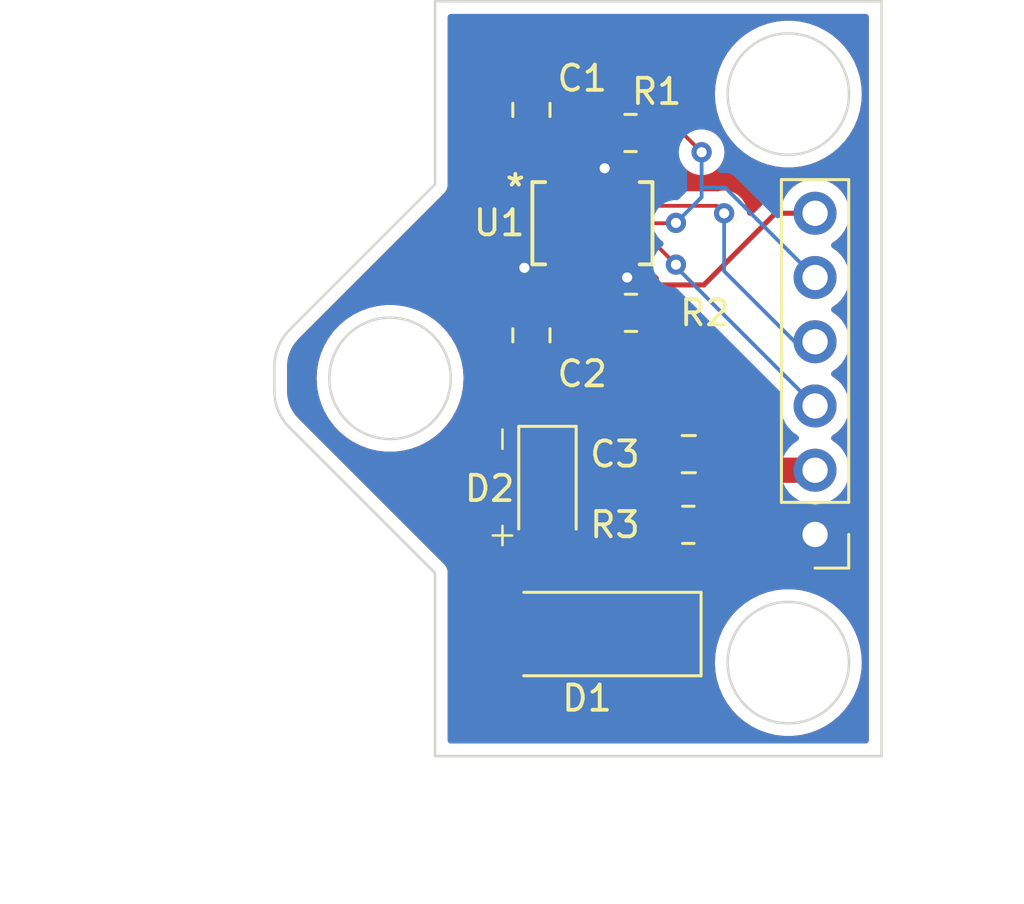
<source format=kicad_pcb>
(kicad_pcb (version 20240108) (generator "pcbnew") (generator_version "8.0")
  (layers (0 "F.Cu" signal) (31 "B.Cu" signal) (34 "B.Paste" user) (35 "F.Paste" user) (36 "B.SilkS" user "B.Silkscreen") (37 "F.SilkS" user "F.Silkscreen") (38 "B.Mask" user) (39 "F.Mask" user) (44 "Edge.Cuts" user))
  (net 0 "")
  (net 1 "GND")
  (net 2 "+3.3V")
  (net 3 "/GYRO SDA")
  (net 4 "/IntGyro")
  (net 5 "/IntAccel")
  (net 6 "/GYRO SCL")
  (net 11 "Net-(D2-A)")
  (footprint "Custom Footprints:QFN_BMI085_BOS" (layer "F.Cu") (at 96.901 41.2877)
    (property "Reference" "U1" (at -3.683 -0.0127 0) (layer "F.SilkS"))
    (property "Value" "BMI088")
    (fp_line (start -2.3749 -1.6256) (end -2.3749 1.6256) (stroke (width 0.1524)) (layer "F.SilkS"))
    (fp_line (start -2.3749 1.6256) (end -1.86878 1.6256) (stroke (width 0.1524)) (layer "F.SilkS"))
    (fp_line (start -1.86878 -1.6256) (end -2.3749 -1.6256) (stroke (width 0.1524)) (layer "F.SilkS"))
    (fp_line (start 1.86878 1.6256) (end 2.3749 1.6256) (stroke (width 0.1524)) (layer "F.SilkS"))
    (fp_line (start 2.3749 -1.6256) (end 1.86878 -1.6256) (stroke (width 0.1524)) (layer "F.SilkS"))
    (fp_line (start 2.3749 1.6256) (end 2.3749 -1.6256) (stroke (width 0.1524)) (layer "F.SilkS"))
    (fp_text user "*" (at -3.048 -1.4097 0) (layer "F.SilkS"))
    (pad "1" smd rect (at -1.5 -1.1557) (size 0.254 0.4826) (layers "F.Cu" "F.Paste" "F.Mask"))
    (pad "2" smd rect (at -1.000001 -1.1557) (size 0.254 0.4826) (layers "F.Cu" "F.Paste" "F.Mask"))
    (pad "3" smd rect (at -0.499999 -1.1557) (size 0.254 0.4826) (layers "F.Cu" "F.Paste" "F.Mask") (net 2 "+3.3V"))
    (pad "4" smd rect (at 0 -1.1557) (size 0.254 0.4826) (layers "F.Cu" "F.Paste" "F.Mask") (net 1 "GND"))
    (pad "5" smd rect (at 0.499999 -1.1557) (size 0.254 0.4826) (layers "F.Cu" "F.Paste" "F.Mask"))
    (pad "6" smd rect (at 1.000001 -1.1557) (size 0.254 0.4826) (layers "F.Cu" "F.Paste" "F.Mask") (net 1 "GND"))
    (pad "7" smd rect (at 1.5 -1.1557) (size 0.254 0.4826) (layers "F.Cu" "F.Paste" "F.Mask") (net 2 "+3.3V"))
    (pad "8" smd rect (at 1.9113 0 90) (size 0.254 0.4826) (layers "F.Cu" "F.Paste" "F.Mask") (net 6 "/GYRO SCL"))
    (pad "9" smd rect (at 1.5 1.1557) (size 0.254 0.4826) (layers "F.Cu" "F.Paste" "F.Mask") (net 3 "/GYRO SDA"))
    (pad "10" smd rect (at 1.000001 1.1557) (size 0.254 0.4826) (layers "F.Cu" "F.Paste" "F.Mask") (net 1 "GND"))
    (pad "11" smd rect (at 0.499999 1.1557) (size 0.254 0.4826) (layers "F.Cu" "F.Paste" "F.Mask") (net 2 "+3.3V"))
    (pad "12" smd rect (at 0 1.1557) (size 0.254 0.4826) (layers "F.Cu" "F.Paste" "F.Mask") (net 4 "/IntGyro"))
    (pad "13" smd rect (at -0.499999 1.1557) (size 0.254 0.4826) (layers "F.Cu" "F.Paste" "F.Mask"))
    (pad "14" smd rect (at -1.000001 1.1557) (size 0.254 0.4826) (layers "F.Cu" "F.Paste" "F.Mask") (net 2 "+3.3V"))
    (pad "15" smd rect (at -1.5 1.1557) (size 0.254 0.4826) (layers "F.Cu" "F.Paste" "F.Mask") (net 1 "GND"))
    (pad "16" smd rect (at -1.9113 0 90) (size 0.254 0.4826) (layers "F.Cu" "F.Paste" "F.Mask") (net 5 "/IntAccel"))
  )
  (footprint "Resistor_SMD:R_0805_2012Metric_Pad1.20x1.40mm_HandSolder" (layer "F.Cu") (at 98.409 37.719 180)
    (property "Reference" "R1" (at -1.032 1.6383 180) (layer "F.SilkS"))
    (property "Value" "2k")
    (fp_line (start -0.227064 0.735) (end 0.227064 0.735) (stroke (width 0.12)) (layer "F.SilkS"))
    (fp_line (start -0.227064 -0.735) (end 0.227064 -0.735) (stroke (width 0.12)) (layer "F.SilkS"))
    (pad "1" smd roundrect (at -1 0 180) (size 1.2 1.4) (layers "F.Cu" "F.Paste" "F.Mask") (roundrect_rratio 0.208333) (net 6 "/GYRO SCL"))
    (pad "2" smd roundrect (at 1 0 180) (size 1.2 1.4) (layers "F.Cu" "F.Paste" "F.Mask") (roundrect_rratio 0.208333) (net 2 "+3.3V"))
  )
  (footprint "Diode_SMD:D_SMA_Handsoldering" (layer "F.Cu") (at 96.687 57.531 180)
    (property "Reference" "D1" (at 0 -2.54 180) (layer "F.SilkS"))
    (property "Value" "D_Zener")
    (fp_line (start -4.51 1.65) (end 2.5 1.65) (stroke (width 0.12)) (layer "F.SilkS"))
    (fp_line (start -4.51 -1.65) (end 2.5 -1.65) (stroke (width 0.12)) (layer "F.SilkS"))
    (fp_line (start -4.51 -1.65) (end -4.51 1.65) (stroke (width 0.12)) (layer "F.SilkS"))
    (pad "1" smd roundrect (at -2.5 0 180) (size 3.5 1.8) (layers "F.Cu" "F.Paste" "F.Mask") (roundrect_rratio 0.1388888889) (net 2 "+3.3V"))
    (pad "2" smd roundrect (at 2.5 0 180) (size 3.5 1.8) (layers "F.Cu" "F.Paste" "F.Mask") (roundrect_rratio 0.1388888889) (net 1 "GND"))
  )
  (footprint "LED_SMD:LED_1206_3216Metric_Pad1.42x1.75mm_HandSolder" (layer "F.Cu") (at 95.123 51.7795 -90)
    (property "Reference" "D2" (at 0 2.286 0) (layer "F.SilkS"))
    (property "Value" "LED")
    (fp_line (start -2.46 1.135) (end 1.6 1.135) (stroke (width 0.12)) (layer "F.SilkS"))
    (fp_line (start -2.46 -1.135) (end -2.46 1.135) (stroke (width 0.12)) (layer "F.SilkS"))
    (fp_line (start 1.6 -1.135) (end -2.46 -1.135) (stroke (width 0.12)) (layer "F.SilkS"))
    (pad "1" smd roundrect (at -1.4875 0 270) (size 1.425 1.75) (layers "F.Cu" "F.Paste" "F.Mask") (roundrect_rratio 0.175439) (net 1 "GND"))
    (pad "2" smd roundrect (at 1.4875 0 270) (size 1.425 1.75) (layers "F.Cu" "F.Paste" "F.Mask") (roundrect_rratio 0.175439) (net 11 "Net-(D2-A)"))
  )
  (footprint "Capacitor_SMD:C_0805_2012Metric_Pad1.18x1.45mm_HandSolder" (layer "F.Cu") (at 94.488 45.72 -90)
    (property "Reference" "C2" (at 1.524 -2.008 360) (layer "F.SilkS"))
    (property "Value" "100nF")
    (fp_line (start -0.261252 0.735) (end 0.261252 0.735) (stroke (width 0.12)) (layer "F.SilkS"))
    (fp_line (start -0.261252 -0.735) (end 0.261252 -0.735) (stroke (width 0.12)) (layer "F.SilkS"))
    (pad "1" smd roundrect (at -1.0375 0 270) (size 1.175 1.45) (layers "F.Cu" "F.Paste" "F.Mask") (roundrect_rratio 0.212766) (net 2 "+3.3V"))
    (pad "2" smd roundrect (at 1.0375 0 270) (size 1.175 1.45) (layers "F.Cu" "F.Paste" "F.Mask") (roundrect_rratio 0.212766) (net 1 "GND"))
  )
  (footprint "Resistor_SMD:R_0805_2012Metric_Pad1.20x1.40mm_HandSolder" (layer "F.Cu") (at 100.695 53.213)
    (property "Reference" "R3" (at -2.905 0 0) (layer "F.SilkS"))
    (property "Value" "5")
    (fp_line (start -0.227064 -0.735) (end 0.227064 -0.735) (stroke (width 0.12)) (layer "F.SilkS"))
    (fp_line (start -0.227064 0.735) (end 0.227064 0.735) (stroke (width 0.12)) (layer "F.SilkS"))
    (pad "1" smd roundrect (at -1 0) (size 1.2 1.4) (layers "F.Cu" "F.Paste" "F.Mask") (roundrect_rratio 0.208333) (net 11 "Net-(D2-A)"))
    (pad "2" smd roundrect (at 1 0) (size 1.2 1.4) (layers "F.Cu" "F.Paste" "F.Mask") (roundrect_rratio 0.208333) (net 2 "+3.3V"))
  )
  (footprint "Resistor_SMD:R_0805_2012Metric_Pad1.20x1.40mm_HandSolder" (layer "F.Cu") (at 98.425 44.831)
    (property "Reference" "R2" (at 2.921 0 180) (layer "F.SilkS"))
    (property "Value" "2k")
    (fp_line (start -0.227064 -0.735) (end 0.227064 -0.735) (stroke (width 0.12)) (layer "F.SilkS"))
    (fp_line (start -0.227064 0.735) (end 0.227064 0.735) (stroke (width 0.12)) (layer "F.SilkS"))
    (pad "1" smd roundrect (at -1 0) (size 1.2 1.4) (layers "F.Cu" "F.Paste" "F.Mask") (roundrect_rratio 0.208333) (net 2 "+3.3V"))
    (pad "2" smd roundrect (at 1 0) (size 1.2 1.4) (layers "F.Cu" "F.Paste" "F.Mask") (roundrect_rratio 0.208333) (net 3 "/GYRO SDA"))
  )
  (footprint "Capacitor_SMD:C_0805_2012Metric_Pad1.18x1.45mm_HandSolder" (layer "F.Cu") (at 94.488 36.8085 90)
    (property "Reference" "C1" (at 1.2485 2.008 360) (layer "F.SilkS"))
    (property "Value" "100nF")
    (fp_line (start -0.261252 -0.735) (end 0.261252 -0.735) (stroke (width 0.12)) (layer "F.SilkS"))
    (fp_line (start -0.261252 0.735) (end 0.261252 0.735) (stroke (width 0.12)) (layer "F.SilkS"))
    (pad "1" smd roundrect (at -1.0375 0 90) (size 1.175 1.45) (layers "F.Cu" "F.Paste" "F.Mask") (roundrect_rratio 0.212766) (net 2 "+3.3V"))
    (pad "2" smd roundrect (at 1.0375 0 90) (size 1.175 1.45) (layers "F.Cu" "F.Paste" "F.Mask") (roundrect_rratio 0.212766) (net 1 "GND"))
  )
  (footprint "Connector_PinHeader_2.54mm:PinHeader_1x06_P2.54mm_Vertical" (layer "F.Cu") (at 105.703999 53.594 180)
    (property "Reference" "J2" (hide yes))
    (property "Value" "Conn_01x06_Pin")
    (fp_line (start 1.33 1.27) (end 1.33 14.03) (stroke (width 0.12)) (layer "F.SilkS"))
    (fp_line (start -1.33 14.03) (end 1.33 14.03) (stroke (width 0.12)) (layer "F.SilkS"))
    (fp_line (start -1.33 1.27) (end 1.33 1.27) (stroke (width 0.12)) (layer "F.SilkS"))
    (fp_line (start -1.33 1.27) (end -1.33 14.03) (stroke (width 0.12)) (layer "F.SilkS"))
    (fp_line (start -1.33 0) (end -1.33 -1.33) (stroke (width 0.12)) (layer "F.SilkS"))
    (fp_line (start -1.33 -1.33) (end 0 -1.33) (stroke (width 0.12)) (layer "F.SilkS"))
    (pad "1" thru_hole rect (at 0 0 180) (size 1.7 1.7) (drill 1) (layers "*.Cu" "*.Mask") (net 1 "GND"))
    (pad "2" thru_hole oval (at 0 2.54 180) (size 1.7 1.7) (drill 1) (layers "*.Cu" "*.Mask") (net 2 "+3.3V"))
    (pad "3" thru_hole oval (at 0 5.08 180) (size 1.7 1.7) (drill 1) (layers "*.Cu" "*.Mask") (net 4 "/IntGyro"))
    (pad "4" thru_hole oval (at 0 7.62 180) (size 1.7 1.7) (drill 1) (layers "*.Cu" "*.Mask") (net 5 "/IntAccel"))
    (pad "5" thru_hole oval (at 0 10.16 180) (size 1.7 1.7) (drill 1) (layers "*.Cu" "*.Mask") (net 6 "/GYRO SCL"))
    (pad "6" thru_hole oval (at 0 12.7 180) (size 1.7 1.7) (drill 1) (layers "*.Cu" "*.Mask") (net 3 "/GYRO SDA"))
  )
  (footprint "Capacitor_SMD:C_0805_2012Metric_Pad1.18x1.45mm_HandSolder" (layer "F.Cu") (at 100.711 50.419 180)
    (property "Reference" "C3" (at 2.921 0 180) (layer "F.SilkS"))
    (property "Value" "100uF")
    (fp_line (start -0.261252 0.735) (end 0.261252 0.735) (stroke (width 0.12)) (layer "F.SilkS"))
    (fp_line (start -0.261252 -0.735) (end 0.261252 -0.735) (stroke (width 0.12)) (layer "F.SilkS"))
    (pad "1" smd roundrect (at -1.0375 0 180) (size 1.175 1.45) (layers "F.Cu" "F.Paste" "F.Mask") (roundrect_rratio 0.212766) (net 2 "+3.3V"))
    (pad "2" smd roundrect (at 1.0375 0 180) (size 1.175 1.45) (layers "F.Cu" "F.Paste" "F.Mask") (roundrect_rratio 0.212766) (net 1 "GND"))
  )
  (gr_line (start 90.675173 55.115173) (end 90.678 55.118) (stroke (width 0.1)) (layer "Edge.Cuts"))
  (gr_line (start 90.678 62.357) (end 108.331 62.357) (stroke (width 0.1)) (layer "Edge.Cuts"))
  (gr_circle (center 104.648 58.661) (end 107.048 58.661) (stroke (width 0.1)) (fill none) (layer "Edge.Cuts"))
  (gr_line (start 90.678 39.751) (end 90.678 32.512) (stroke (width 0.1)) (layer "Edge.Cuts"))
  (gr_line (start 84.328 46.9346) (end 84.328 47.948665) (stroke (width 0.1)) (layer "Edge.Cuts"))
  (gr_line (start 100.969 32.512) (end 90.678 32.512) (stroke (width 0.1)) (layer "Edge.Cuts"))
  (gr_line (start 84.91385 49.35385) (end 90.675173 55.115173) (stroke (width 0.1)) (layer "Edge.Cuts"))
  (gr_arc (start 84.91385 49.35385) (mid 84.482021 48.709172) (end 84.328 47.948665) (stroke (width 0.1)) (layer "Edge.Cuts"))
  (gr_line (start 108.331 32.512) (end 100.965 32.512) (stroke (width 0.1)) (layer "Edge.Cuts"))
  (gr_circle (center 88.9 47.4215) (end 91.3 47.4215) (stroke (width 0.1)) (fill none) (layer "Edge.Cuts"))
  (gr_line (start 84.913816 45.520216) (end 84.9113 45.5177) (stroke (width 0.1)) (layer "Edge.Cuts"))
  (gr_arc (start 84.328 46.9346) (mid 84.480256 46.169157) (end 84.913816 45.520216) (stroke (width 0.1)) (layer "Edge.Cuts"))
  (gr_line (start 108.331 62.357) (end 108.331 32.512) (stroke (width 0.1)) (layer "Edge.Cuts"))
  (gr_circle (center 104.648 36.182) (end 107.048 36.182) (stroke (width 0.1)) (fill none) (layer "Edge.Cuts"))
  (gr_line (start 84.9113 45.5177) (end 90.678 39.751) (stroke (width 0.1)) (layer "Edge.Cuts"))
  (gr_line (start 90.678 55.118) (end 90.678 62.357) (stroke (width 0.1)) (layer "Edge.Cuts"))
  (gr_text "-" (at 93.853 50.5095 90) (layer "F.SilkS") (effects (font (size 1 1) (thickness 0.1)) (justify left bottom)))
  (gr_text "+" (at 93.853 54.3195 90) (layer "F.SilkS") (effects (font (size 1 1) (thickness 0.1)) (justify left bottom)))
  (segment (start 97.385 39.116) (end 97.131 39.116) (width 0.2) (layer "F.Cu") (net 1))
  (segment (start 94.21 43.053) (end 94.8196 42.4434) (width 0.2) (layer "F.Cu") (net 1))
  (segment (start 96.901 39.346) (end 96.901 40.132) (width 0.2) (layer "F.Cu") (net 1))
  (segment (start 97.131 39.116) (end 96.901 39.346) (width 0.2) (layer "F.Cu") (net 1))
  (segment (start 98.274 43.434) (end 97.901001 43.061001) (width 0.2) (layer "F.Cu") (net 1))
  (segment (start 94.8196 42.4434) (end 95.401 42.4434) (width 0.2) (layer "F.Cu") (net 1))
  (segment (start 97.901001 40.132) (end 97.901001 39.378001) (width 0.2) (layer "F.Cu") (net 1))
  (segment (start 97.639 39.116) (end 97.385 39.116) (width 0.2) (layer "F.Cu") (net 1))
  (segment (start 97.901001 43.061001) (end 97.901001 42.4434) (width 0.2) (layer "F.Cu") (net 1))
  (segment (start 97.901001 39.378001) (end 97.639 39.116) (width 0.2) (layer "F.Cu") (net 1))
  (via (at 98.274 43.434) (size 0.8) (drill 0.4) (layers "F.Cu" "B.Cu") (net 1))
  (via (at 97.385 39.116) (size 0.8) (drill 0.4) (layers "F.Cu" "B.Cu") (net 1))
  (via (at 94.21 43.053) (size 0.8) (drill 0.4) (layers "F.Cu" "B.Cu") (net 1))
  (segment (start 94.488 37.846) (end 97.282 37.846) (width 0.3) (layer "F.Cu") (net 2))
  (segment (start 97.282 37.846) (end 97.409 37.719) (width 0.2) (layer "F.Cu") (net 2))
  (segment (start 96.401001 40.132) (end 96.401001 38.726999) (width 0.2) (layer "F.Cu") (net 2))
  (segment (start 95.900999 43.269501) (end 94.488 44.6825) (width 0.2) (layer "F.Cu") (net 2))
  (segment (start 95.900999 42.4434) (end 95.900999 43.269501) (width 0.2) (layer "F.Cu") (net 2))
  (segment (start 98.401 38.711) (end 97.409 37.719) (width 0.2) (layer "F.Cu") (net 2))
  (segment (start 94.488 44.6825) (end 94.7205 44.6825) (width 0.5) (layer "F.Cu") (net 2))
  (segment (start 96.401001 38.726999) (end 97.409 37.719) (width 0.2) (layer "F.Cu") (net 2))
  (segment (start 93.194 43.942) (end 93.9345 44.6825) (width 0.4) (layer "F.Cu") (net 2))
  (segment (start 101.7485 49.694) (end 97.425 45.3705) (width 0.5) (layer "F.Cu") (net 2))
  (segment (start 94.7205 44.6825) (end 94.869 44.831) (width 0.5) (layer "F.Cu") (net 2))
  (segment (start 101.7485 50.419) (end 101.7485 49.694) (width 0.5) (layer "F.Cu") (net 2))
  (segment (start 101.695 53.213) (end 101.695 55.023) (width 1) (layer "F.Cu") (net 2))
  (segment (start 101.695 51.7425) (end 102.3835 51.054) (width 1) (layer "F.Cu") (net 2))
  (segment (start 101.695 55.023) (end 99.187 57.531) (width 1) (layer "F.Cu") (net 2))
  (segment (start 94.869 44.831) (end 97.425 44.831) (width 0.5) (layer "F.Cu") (net 2))
  (segment (start 102.3835 51.054) (end 101.7485 50.419) (width 1) (layer "F.Cu") (net 2))
  (segment (start 97.425 45.3705) (end 97.425 44.831) (width 0.5) (layer "F.Cu") (net 2))
  (segment (start 105.703999 51.054) (end 102.3835 51.054) (width 1) (layer "F.Cu") (net 2))
  (segment (start 93.194 39.14) (end 93.194 43.942) (width 0.4) (layer "F.Cu") (net 2))
  (segment (start 97.400999 42.4434) (end 97.400999 44.806999) (width 0.2) (layer "F.Cu") (net 2))
  (segment (start 98.401 40.132) (end 98.401 38.711) (width 0.2) (layer "F.Cu") (net 2))
  (segment (start 93.9345 44.6825) (end 94.488 44.6825) (width 0.4) (layer "F.Cu") (net 2))
  (segment (start 94.488 37.846) (end 93.194 39.14) (width 0.4) (layer "F.Cu") (net 2))
  (segment (start 97.400999 44.806999) (end 97.425 44.831) (width 0.127) (layer "F.Cu") (net 2))
  (segment (start 101.695 53.213) (end 101.695 51.7425) (width 1) (layer "F.Cu") (net 2))
  (segment (start 99.465 43.728) (end 101.306 43.728) (width 0.2) (layer "F.Cu") (net 3))
  (segment (start 98.401 42.4434) (end 99.425 43.4674) (width 0.2) (layer "F.Cu") (net 3))
  (segment (start 99.425 43.688) (end 99.425 44.831) (width 0.2) (layer "F.Cu") (net 3))
  (segment (start 104.14 40.894) (end 105.703999 40.894) (width 0.2) (layer "F.Cu") (net 3))
  (segment (start 101.306 43.728) (end 104.14 40.894) (width 0.2) (layer "F.Cu") (net 3))
  (segment (start 99.425 43.4674) (end 99.425 43.688) (width 0.2) (layer "F.Cu") (net 3))
  (segment (start 99.425 43.688) (end 99.465 43.728) (width 0.2) (layer "F.Cu") (net 3))
  (segment (start 100.203 42.926) (end 99.06 41.783) (width 0.15) (layer "F.Cu") (net 4))
  (segment (start 96.901 42.025099) (end 96.901 42.4434) (width 0.15) (layer "F.Cu") (net 4))
  (segment (start 99.06 41.783) (end 97.143099 41.783) (width 0.15) (layer "F.Cu") (net 4))
  (segment (start 97.143099 41.783) (end 96.901 42.025099) (width 0.15) (layer "F.Cu") (net 4))
  (via (at 100.203 42.926) (size 0.8) (drill 0.4) (layers "F.Cu" "B.Cu") (net 4))
  (segment (start 100.203 43.013001) (end 105.703999 48.514) (width 0.15) (layer "B.Cu") (net 4))
  (segment (start 100.203 42.926) (end 100.203 43.013001) (width 0.15) (layer "B.Cu") (net 4))
  (segment (start 98.0313 41.2877) (end 98.719 40.6) (width 0.15) (layer "F.Cu") (net 5))
  (segment (start 101.814 40.6) (end 102.108 40.894) (width 0.15) (layer "F.Cu") (net 5))
  (segment (start 98.719 40.6) (end 101.814 40.6) (width 0.15) (layer "F.Cu") (net 5))
  (segment (start 94.9897 41.2877) (end 98.0313 41.2877) (width 0.15) (layer "F.Cu") (net 5))
  (via (at 102.108 40.894) (size 0.8) (drill 0.4) (layers "F.Cu" "B.Cu") (net 5))
  (segment (start 104.902 45.974) (end 105.703999 45.974) (width 0.15) (layer "B.Cu") (net 5))
  (segment (start 102.108 40.894) (end 102.108 43.18) (width 0.15) (layer "B.Cu") (net 5))
  (segment (start 102.108 43.18) (end 104.902 45.974) (width 0.15) (layer "B.Cu") (net 5))
  (segment (start 100.457 37.719) (end 99.409 37.719) (width 0.15) (layer "F.Cu") (net 6))
  (segment (start 100.1903 41.2877) (end 100.203 41.275) (width 0.15) (layer "F.Cu") (net 6))
  (segment (start 98.8123 41.2877) (end 100.1903 41.2877) (width 0.15) (layer "F.Cu") (net 6))
  (segment (start 101.219 38.481) (end 100.457 37.719) (width 0.15) (layer "F.Cu") (net 6))
  (via (at 100.203 41.275) (size 0.8) (drill 0.4) (layers "F.Cu" "B.Cu") (net 6))
  (via (at 101.219 38.481) (size 0.8) (drill 0.4) (layers "F.Cu" "B.Cu") (net 6))
  (segment (start 100.203 41.275) (end 101.219 40.259) (width 0.15) (layer "B.Cu") (net 6))
  (segment (start 101.219 39.878) (end 101.219 38.481) (width 0.15) (layer "B.Cu") (net 6))
  (segment (start 105.703999 43.434) (end 102.147999 39.878) (width 0.15) (layer "B.Cu") (net 6))
  (segment (start 102.147999 39.878) (end 101.219 39.878) (width 0.15) (layer "B.Cu") (net 6))
  (segment (start 101.219 40.259) (end 101.219 39.878) (width 0.15) (layer "B.Cu") (net 6))
  (segment (start 95.177 53.213) (end 95.123 53.267) (width 0.3) (layer "F.Cu") (net 11))
  (segment (start 99.695 53.213) (end 95.177 53.213) (width 0.3) (layer "F.Cu") (net 11))
  (zone (net 1) (net_name "GND") (layers "F&B.Cu") (connect_pads yes (clearance 0.5)) (min_thickness 0.25) (fill yes (thermal_gap 0.5) (thermal_bridge_width 0.5))
    (polygon (pts (xy 90.678 32.512) (xy 108.331 32.512) (xy 108.331 62.357) (xy 90.678 62.357) (xy 90.678 55.118) (xy 84.328 48.768) (xy 84.328 46.101) (xy 90.678 39.751)))
  )
)
</source>
